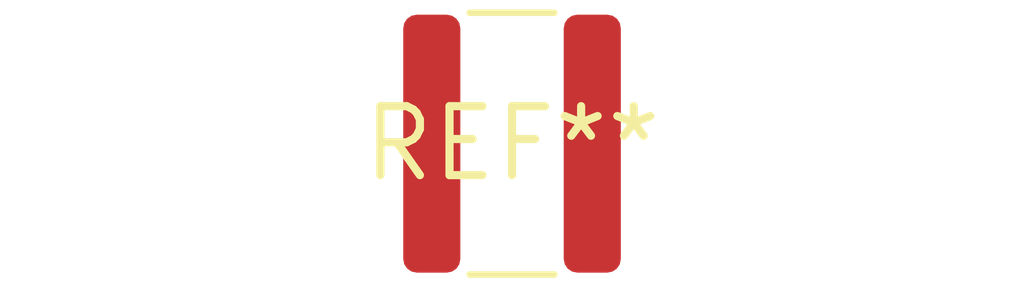
<source format=kicad_pcb>
(kicad_pcb (version 20240108) (generator pcbnew)
  (layers (0 "F.Cu" signal) (31 "B.Cu" signal) (34 "B.Paste" user) (35 "F.Paste" user) (36 "B.SilkS" user "B.Silkscreen") (37 "F.SilkS" user "F.Silkscreen") (38 "B.Mask" user) (39 "F.Mask" user) (44 "Edge.Cuts" user))
  (net 0 "")
  (footprint "R_1218_3246Metric" (layer "F.Cu") (at 0 0)
    (property "Reference" "REF**")
    (property "Value" "R_1218_3246Metric")
    (fp_line (start -0.777064 -2.41) (end 0.777064 -2.41) (layer "F.SilkS") (stroke (width 0.12)))
    (fp_line (start -0.777064 2.41) (end 0.777064 2.41) (layer "F.SilkS") (stroke (width 0.12)))
    (pad "1" smd roundrect (at -1.475 0) (size 1.05 4.75) (layers "F.Cu" "F.Paste" "F.Mask") (roundrect_rratio 0.238095))
    (pad "2" smd roundrect (at 1.475 0) (size 1.05 4.75) (layers "F.Cu" "F.Paste" "F.Mask") (roundrect_rratio 0.238095))
  )
)
</source>
